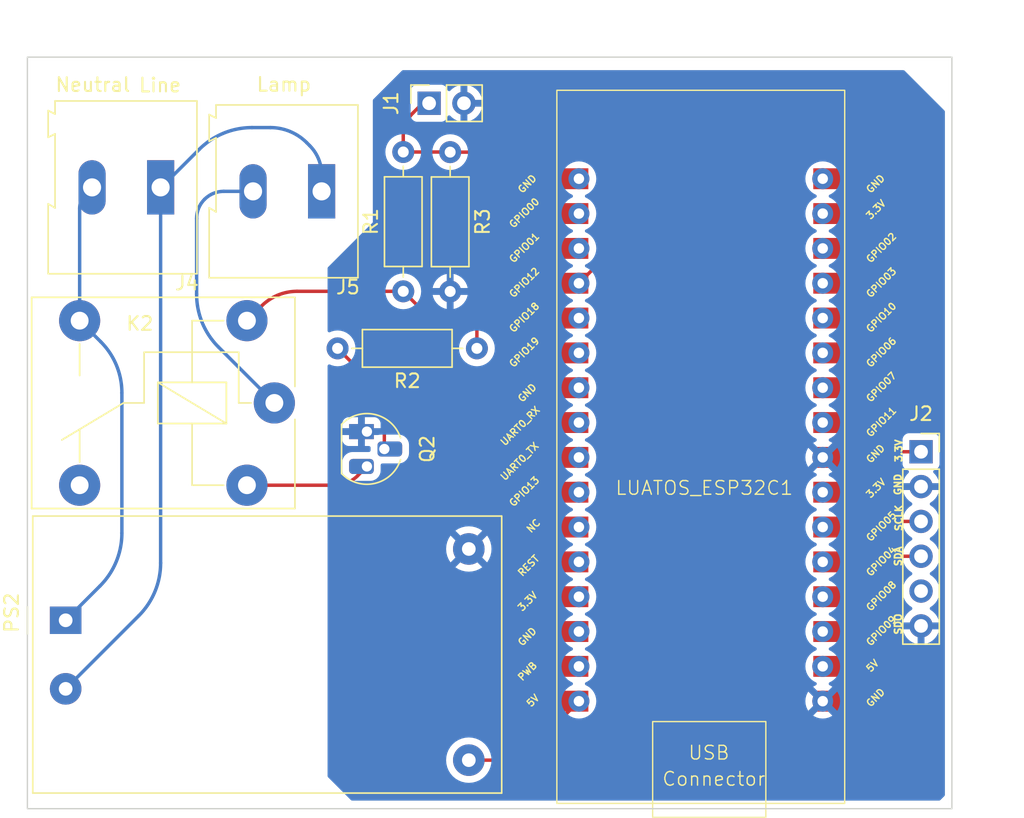
<source format=kicad_pcb>
(kicad_pcb (version 20221018) (generator pcbnew)
  (layers (0 "F.Cu" signal) (31 "B.Cu" signal) (34 "B.Paste" user) (35 "F.Paste" user) (36 "B.SilkS" user "B.Silkscreen") (37 "F.SilkS" user "F.Silkscreen") (38 "B.Mask" user) (39 "F.Mask" user) (44 "Edge.Cuts" user))
  (net 0 "")
  (net 1 "Net-(J2-Pin_1)")
  (net 2 "Net-(J2-Pin_3)")
  (net 3 "Net-(J2-Pin_4)")
  (net 5 "Net-(J4-Pin_1)")
  (net 6 "Net-(J4-Pin_2)")
  (net 7 "Net-(J5-Pin_2)")
  (net 9 "Net-(PS2-+Vout)")
  (net 10 "Net-(Q2-C)")
  (net 12 "Net-(LUATOS_ESP32C1-GPIO00)")
  (net 33 "Net-(J1-Pin_1)")
  (net 35 "GND")
  (net 36 "Net-(Q2-B)")
  (footprint "TerminalBlock:TerminalBlock_Altech_AK300-2_P5.00mm" (layer "F.Cu") (at 91.195 68.82 180)
    (fp_text reference "J4" (at -1.92 -6.99) (layer "F.SilkS"))
    (fp_text value "Screw_Terminal_01x02" hide)
    (fp_line (start -2.65 -6.3) (end -2.65 6.3) (stroke (width 0.12)) (layer "F.SilkS"))
    (fp_line (start -2.65 6.3) (end 7.7 6.3) (stroke (width 0.12)) (layer "F.SilkS"))
    (fp_line (start 7.7 -1.5) (end 8.2 -1.2) (stroke (width 0.12)) (layer "F.SilkS"))
    (fp_line (start 7.7 3.9) (end 7.7 -1.5) (stroke (width 0.12)) (layer "F.SilkS"))
    (fp_line (start 7.7 5.35) (end 8.2 5.6) (stroke (width 0.12)) (layer "F.SilkS"))
    (fp_line (start 7.7 6.3) (end 7.7 5.35) (stroke (width 0.12)) (layer "F.SilkS"))
    (fp_line (start 8.2 -6.3) (end -2.65 -6.3) (stroke (width 0.12)) (layer "F.SilkS"))
    (fp_line (start 8.2 -1.2) (end 8.2 -6.3) (stroke (width 0.12)) (layer "F.SilkS"))
    (fp_line (start 8.2 3.65) (end 7.7 3.9) (stroke (width 0.12)) (layer "F.SilkS"))
    (fp_line (start 8.2 3.7) (end 8.2 3.65) (stroke (width 0.12)) (layer "F.SilkS"))
    (fp_line (start 8.2 5.6) (end 8.2 3.7) (stroke (width 0.12)) (layer "F.SilkS"))
    (pad "1" thru_hole rect (at 0 0 180) (size 1.98 3.96) (drill 1.32) (layers "*.Cu" "*.Mask") (net 5 "Net-(J4-Pin_1)"))
    (pad "2" thru_hole oval (at 5 0 180) (size 1.98 3.96) (drill 1.32) (layers "*.Cu" "*.Mask") (net 6 "Net-(J4-Pin_2)"))
  )
  (footprint "Connector_PinSocket_2.54mm:PinSocket_1x02_P2.54mm_Vertical" (layer "F.Cu") (at 110.775 62.685 90)
    (fp_text reference "J1" (at 0 -2.77 90) (layer "F.SilkS"))
    (fp_text value "Conn_01x02_Socket")
    (fp_line (start -1.33 1.27) (end -1.33 3.87) (stroke (width 0.12)) (layer "F.SilkS"))
    (fp_line (start -1.33 1.27) (end 1.33 1.27) (stroke (width 0.12)) (layer "F.SilkS"))
    (fp_line (start -1.33 3.87) (end 1.33 3.87) (stroke (width 0.12)) (layer "F.SilkS"))
    (fp_line (start 0 -1.33) (end 1.33 -1.33) (stroke (width 0.12)) (layer "F.SilkS"))
    (fp_line (start 1.33 -1.33) (end 1.33 0) (stroke (width 0.12)) (layer "F.SilkS"))
    (fp_line (start 1.33 1.27) (end 1.33 3.87) (stroke (width 0.12)) (layer "F.SilkS"))
    (pad "1" thru_hole rect (at 0 0 90) (size 1.7 1.7) (drill 1) (layers "*.Cu" "*.Mask") (net 33 "Net-(J1-Pin_1)"))
    (pad "2" thru_hole oval (at 0 2.54 90) (size 1.7 1.7) (drill 1) (layers "*.Cu" "*.Mask") (net 35 "GND"))
  )
  (footprint "Espressif_modules:luatos_esp32c3" (layer "F.Cu") (at 120.0915 61.74)
    (fp_text reference "LUATOS_ESP32C1" (at 10.75 29 unlocked) (layer "F.SilkS") (effects (font (thickness 0.1))))
    (fp_text value "~")
    (fp_text user "5V" (at 22.86 42.545 45 unlocked) (layer "F.SilkS") (effects (font (size 0.5 0.5) (thickness 0.1) bold) (justify left bottom)))
    (fp_text user "UART0_TX" (at -3.81 28.575 45 unlocked) (layer "F.SilkS") (effects (font (size 0.5 0.5) (thickness 0.1) bold) (justify left bottom)))
    (fp_text user "GPIO12" (at -3.175 15.24 45 unlocked) (layer "F.SilkS") (effects (font (size 0.5 0.5) (thickness 0.1) bold) (justify left bottom)))
    (fp_text user "GPIO03" (at 22.86 15.24 45 unlocked) (layer "F.SilkS") (effects (font (size 0.5 0.5) (thickness 0.1) bold) (justify left bottom)))
    (fp_text user "NC" (at -1.905 32.385 45 unlocked) (layer "F.SilkS") (effects (font (size 0.5 0.5) (thickness 0.1) bold) (justify left bottom)))
    (fp_text user "GPIO07" (at 22.86 22.86 45 unlocked) (layer "F.SilkS") (effects (font (size 0.5 0.5) (thickness 0.1) bold) (justify left bottom)))
    (fp_text user "UART0_RX" (at -3.81 26.035 45 unlocked) (layer "F.SilkS") (effects (font (size 0.5 0.5) (thickness 0.1) bold) (justify left bottom)))
    (fp_text user "GPIO13" (at -3.175 30.48 45 unlocked) (layer "F.SilkS") (effects (font (size 0.5 0.5) (thickness 0.1) bold) (justify left bottom)))
    (fp_text user "REST" (at -2.54 35.56 45 unlocked) (layer "F.SilkS") (effects (font (size 0.5 0.5) (thickness 0.1) bold) (justify left bottom)))
    (fp_text user "GPIO10" (at 22.86 17.78 45 unlocked) (layer "F.SilkS") (effects (font (size 0.5 0.5) (thickness 0.1) bold) (justify left bottom)))
    (fp_text user "GPIO18" (at -3.175 17.78 45 unlocked) (layer "F.SilkS") (effects (font (size 0.5 0.5) (thickness 0.1) bold) (justify left bottom)))
    (fp_text user "GPIO09" (at 22.86 40.64 45 unlocked) (layer "F.SilkS") (effects (font (size 0.5 0.5) (thickness 0.1) bold) (justify left bottom)))
    (fp_text user "3.3V" (at -2.54 38.1 45 unlocked) (layer "F.SilkS") (effects (font (size 0.5 0.5) (thickness 0.1) bold) (justify left bottom)))
    (fp_text user "GND" (at -2.54 40.64 45 unlocked) (layer "F.SilkS") (effects (font (size 0.5 0.5) (thickness 0.1) bold) (justify left bottom)))
    (fp_text user "GPIO02" (at 22.86 12.7 45 unlocked) (layer "F.SilkS") (effects (font (size 0.5 0.5) (thickness 0.1) bold) (justify left bottom)))
    (fp_text user "GPIO00" (at -3.175 10.16 45 unlocked) (layer "F.SilkS") (effects (font (size 0.5 0.5) (thickness 0.1) bold) (justify left bottom)))
    (fp_text user "GPIO11" (at 22.86 25.4 45 unlocked) (layer "F.SilkS") (effects (font (size 0.5 0.5) (thickness 0.1) bold) (justify left bottom)))
    (fp_text user "GPIO19" (at -3.175 20.32 45 unlocked) (layer "F.SilkS") (effects (font (size 0.5 0.5) (thickness 0.1) bold) (justify left bottom)))
    (fp_text user "GND" (at -2.54 7.62 45 unlocked) (layer "F.SilkS") (effects (font (size 0.5 0.5) (thickness 0.1)) (justify left bottom)))
    (fp_text user "GPIO05" (at 22.86 33.02 45 unlocked) (layer "F.SilkS") (effects (font (size 0.5 0.5) (thickness 0.1) bold) (justify left bottom)))
    (fp_text user "GPIO06" (at 22.86 20.32 45 unlocked) (layer "F.SilkS") (effects (font (size 0.5 0.5) (thickness 0.1) bold) (justify left bottom)))
    (fp_text user "5V" (at -1.905 45.085 45 unlocked) (layer "F.SilkS") (effects (font (size 0.5 0.5) (thickness 0.1) bold) (justify left bottom)))
    (fp_text user "PWB" (at -2.54 43.18 45 unlocked) (layer "F.SilkS") (effects (font (size 0.5 0.5) (thickness 0.1) bold) (justify left bottom)))
    (fp_text user "3.3V" (at 22.86 9.525 45 unlocked) (layer "F.SilkS") (effects (font (size 0.5 0.5) (thickness 0.1) bold) (justify left bottom)))
    (fp_text user "GND" (at 22.86 7.62 45 unlocked) (layer "F.SilkS") (effects (font (size 0.5 0.5) (thickness 0.1)) (justify left bottom)))
    (fp_text user "USB" (at 9.525 48.895 unlocked) (layer "F.SilkS") (effects (font (thickness 0.1)) (justify left bottom)))
    (fp_text user "GND" (at 22.86 27.305 45 unlocked) (layer "F.SilkS") (effects (font (size 0.5 0.5) (thickness 0.1) bold) (justify left bottom)))
    (fp_text user "GPIO01" (at -3.175 12.7 45 unlocked) (layer "F.SilkS") (effects (font (size 0.5 0.5) (thickness 0.1) bold) (justify left bottom)))
    (fp_text user "3.3V" (at 22.86 29.845 45 unlocked) (layer "F.SilkS") (effects (font (size 0.5 0.5) (thickness 0.1) bold) (justify left bottom)))
    (fp_text user "GND" (at -2.54 22.86 45 unlocked) (layer "F.SilkS") (effects (font (size 0.5 0.5) (thickness 0.1) bold) (justify left bottom)))
    (fp_text user "Connector" (at 7.62 50.8 unlocked) (layer "F.SilkS") (effects (font (thickness 0.1)) (justify left bottom)))
    (fp_text user "GPIO04" (at 22.86 35.56 45 unlocked) (layer "F.SilkS") (effects (font (size 0.5 0.5) (thickness 0.1) bold) (justify left bottom)))
    (fp_text user "GPIO08" (at 22.86 38.1 45 unlocked) (layer "F.SilkS") (effects (font (size 0.5 0.5) (thickness 0.1) bold) (justify left bottom)))
    (fp_text user "GND" (at 22.86 45.085 45 unlocked) (layer "F.SilkS") (effects (font (size 0.5 0.5) (thickness 0.1) bold) (justify left bottom)))
    (fp_rect (start 0 0) (end 20.991 52.0055) (stroke (width 0.1)) (fill none) (layer "F.SilkS"))
    (fp_rect (start 6.985 46.0375) (end 15.24 53.0225) (stroke (width 0.1)) (fill none) (layer "F.SilkS"))
    (pad "1" thru_hole circle (at 1.6085 6.45) (size 1.524 1.524) (drill 0.762) (layers "*.Cu" "*.Mask"))
    (pad "1" smd rect (at 1.6085 6.45) (size 3.175 1.524) (drill (offset -0.9 0)) (layers "F.Cu" "F.Mask"))
    (pad "2" thru_hole circle (at 1.6085 8.99) (size 1.524 1.524) (drill 0.762) (layers "*.Cu" "*.Mask") (net 12 "Net-(LUATOS_ESP32C1-GPIO00)"))
    (pad "2" smd rect (at 1.6085 8.99) (size 3.175 1.524) (drill (offset -0.9 0)) (layers "F.Cu" "F.Mask") (net 12 "Net-(LUATOS_ESP32C1-GPIO00)"))
    (pad "3" thru_hole circle (at 1.6085 11.53) (size 1.524 1.524) (drill 0.762) (layers "*.Cu" "*.Mask"))
    (pad "3" smd rect (at 1.6085 11.53) (size 3.175 1.524) (drill (offset -0.9 0)) (layers "F.Cu" "F.Mask"))
    (pad "4" thru_hole circle (at 1.6085 14.07) (size 1.524 1.524) (drill 0.762) (layers "*.Cu" "*.Mask") (net 33 "Net-(J1-Pin_1)"))
    (pad "4" smd rect (at 1.6085 14.07) (size 3.175 1.524) (drill (offset -0.9 0)) (layers "F.Cu" "F.Mask") (net 33 "Net-(J1-Pin_1)"))
    (pad "5" thru_hole circle (at 1.6085 16.61) (size 1.524 1.524) (drill 0.762) (layers "*.Cu" "*.Mask"))
    (pad "5" smd rect (at 1.6085 16.61) (size 3.175 1.524) (drill (offset -0.9 0)) (layers "F.Cu" "F.Mask"))
    (pad "6" thru_hole circle (at 1.6085 19.15) (size 1.524 1.524) (drill 0.762) (layers "*.Cu" "*.Mask"))
    (pad "6" smd rect (at 1.6085 19.15) (size 3.175 1.524) (drill (offset -0.9 0)) (layers "F.Cu" "F.Mask"))
    (pad "7" thru_hole circle (at 1.6085 21.69) (size 1.524 1.524) (drill 0.762) (layers "*.Cu" "*.Mask"))
    (pad "7" smd rect (at 1.6085 21.69) (size 3.175 1.524) (drill (offset -0.9 0)) (layers "F.Cu" "F.Mask"))
    (pad "8" thru_hole circle (at 1.6085 24.23) (size 1.524 1.524) (drill 0.762) (layers "*.Cu" "*.Mask"))
    (pad "8" smd rect (at 1.6085 24.23) (size 3.175 1.524) (drill (offset -0.9 0)) (layers "F.Cu" "F.Mask"))
    (pad "9" thru_hole circle (at 1.6085 26.77) (size 1.524 1.524) (drill 0.762) (layers "*.Cu" "*.Mask"))
    (pad "9" smd rect (at 1.6085 26.77) (size 3.175 1.524) (drill (offset -0.9 0)) (layers "F.Cu" "F.Mask"))
    (pad "10" thru_hole circle (at 1.6085 29.31) (size 1.524 1.524) (drill 0.762) (layers "*.Cu" "*.Mask"))
    (pad "10" smd rect (at 1.6085 29.31) (size 3.175 1.524) (drill (offset -0.9 0)) (layers "F.Cu" "F.Mask"))
    (pad "11" thru_hole circle (at 1.6085 31.85) (size 1.524 1.524) (drill 0.762) (layers "*.Cu" "*.Mask"))
    (pad "11" smd rect (at 1.6085 31.85) (size 3.175 1.524) (drill (offset -0.9 0)) (layers "F.Cu" "F.Mask"))
    (pad "12" thru_hole circle (at 1.6085 34.39) (size 1.524 1.524) (drill 0.762) (layers "*.Cu" "*.Mask"))
    (pad "12" smd rect (at 1.6085 34.39) (size 3.175 1.524) (drill (offset -0.9 0)) (layers "F.Cu" "F.Mask"))
    (pad "13" thru_hole circle (at 1.6085 36.93) (size 1.524 1.524) (drill 0.762) (layers "*.Cu" "*.Mask"))
    (pad "13" smd rect (at 1.6085 36.93) (size 3.175 1.524) (drill (offset -0.9 0)) (layers "F.Cu" "F.Mask"))
    (pad "14" thru_hole circle (at 1.6085 39.47) (size 1.524 1.524) (drill 0.762) (layers "*.Cu" "*.Mask"))
    (pad "14" smd rect (at 1.6085 39.47) (size 3.175 1.524) (drill (offset -0.9 0)) (layers "F.Cu" "F.Mask"))
    (pad "15" thru_hole circle (at 1.6085 42.01) (size 1.524 1.524) (drill 0.762) (layers "*.Cu" "*.Mask"))
    (pad "15" smd rect (at 1.6085 42.01) (size 3.175 1.524) (drill (offset -0.9 0)) (layers "F.Cu" "F.Mask"))
    (pad "16" thru_hole circle (at 1.6085 44.55) (size 1.524 1.524) (drill 0.762) (layers "*.Cu" "*.Mask") (net 9 "Net-(PS2-+Vout)"))
    (pad "16" smd rect (at 1.6085 44.55) (size 3.175 1.524) (drill (offset -0.9 0)) (layers "F.Cu" "F.Mask") (net 9 "Net-(PS2-+Vout)"))
    (pad "17" thru_hole circle (at 19.3885 6.45) (size 1.524 1.524) (drill 0.762) (layers "*.Cu" "*.Mask"))
    (pad "17" smd rect (at 19.3885 6.45) (size 3.175 1.524) (drill (offset 0.9 0)) (layers "F.Cu" "F.Mask"))
    (pad "18" thru_hole circle (at 19.3885 8.99) (size 1.524 1.524) (drill 0.762) (layers "*.Cu" "*.Mask"))
    (pad "18" smd rect (at 19.3885 8.99) (size 3.175 1.524) (drill (offset 0.9 0)) (layers "F.Cu" "F.Mask"))
    (pad "19" thru_hole circle (at 19.3885 11.53) (size 1.524 1.524) (drill 0.762) (layers "*.Cu" "*.Mask"))
    (pad "19" smd rect (at 19.3885 11.53) (size 3.175 1.524) (drill (offset 0.9 0)) (layers "F.Cu" "F.Mask"))
    (pad "20" thru_hole circle (at 19.3885 14.07) (size 1.524 1.524) (drill 0.762) (layers "*.Cu" "*.Mask"))
    (pad "20" smd rect (at 19.3885 14.07) (size 3.175 1.524) (drill (offset 0.9 0)) (layers "F.Cu" "F.Mask"))
    (pad "21" thru_hole circle (at 19.3885 16.61) (size 1.524 1.524) (drill 0.762) (layers "*.Cu" "*.Mask"))
    (pad "21" smd rect (at 19.3885 16.61) (size 3.175 1.524) (drill (offset 0.9 0)) (layers "F.Cu" "F.Mask"))
    (pad "22" thru_hole circle (at 19.3885 19.15) (size 1.524 1.524) (drill 0.762) (layers "*.Cu" "*.Mask"))
    (pad "22" smd rect (at 19.3885 19.15) (size 3.175 1.524) (drill (offset 0.9 0)) (layers "F.Cu" "F.Mask"))
    (pad "23" thru_hole circle (at 19.3885 21.69) (size 1.524 1.524) (drill 0.762) (layers "*.Cu" "*.Mask"))
    (pad "23" smd rect (at 19.3885 21.69) (size 3.175 1.524) (drill (offset 0.9 0)) (layers "F.Cu" "F.Mask"))
    (pad "24" thru_hole circle (at 19.3885 24.23) (size 1.524 1.524) (drill 0.762) (layers "*.Cu" "*.Mask"))
    (pad "24" smd rect (at 19.3885 24.23) (size 3.175 1.524) (drill (offset 0.9 0)) (layers "F.Cu" "F.Mask"))
    (pad "25" thru_hole circle (at 19.3885 26.77) (size 1.524 1.524) (drill 0.762) (layers "*.Cu" "*.Mask") (net 35 "GND"))
    (pad "25" smd rect (at 19.3885 26.77) (size 3.175 1.524) (drill (offset 0.9 0)) (layers "F.Cu" "F.Mask") (net 35 "GND"))
    (pad "26" thru_hole circle (at 19.3885 29.31) (size 1.524 1.524) (drill 0.762) (layers "*.Cu" "*.Mask") (net 1 "Net-(J2-Pin_1)"))
    (pad "26" smd rect (at 19.3885 29.31) (size 3.175 1.524) (drill (offset 0.9 0)) (layers "F.Cu" "F.Mask") (net 1 "Net-(J2-Pin_1)"))
    (pad "27" thru_hole circle (at 19.3885 31.85) (size 1.524 1.524) (drill 0.762) (layers "*.Cu" "*.Mask") (net 2 "Net-(J2-Pin_3)"))
    (pad "27" smd rect (at 19.3885 31.85) (size 3.175 1.524) (drill (offset 0.9 0)) (layers "F.Cu" "F.Mask") (net 2 "Net-(J2-Pin_3)"))
    (pad "28" thru_hole circle (at 19.3885 34.39) (size 1.524 1.524) (drill 0.762) (layers "*.Cu" "*.Mask") (net 3 "Net-(J2-Pin_4)"))
    (pad "28" smd rect (at 19.3885 34.39) (size 3.175 1.524) (drill (offset 0.9 0)) (layers "F.Cu" "F.Mask") (net 3 "Net-(J2-Pin_4)"))
    (pad "29" thru_hole circle (at 19.3885 36.93) (size 1.524 1.524) (drill 0.762) (layers "*.Cu" "*.Mask"))
    (pad "29" smd rect (at 19.3885 36.93) (size 3.175 1.524) (drill (offset 0.9 0)) (layers "F.Cu" "F.Mask"))
    (pad "30" thru_hole circle (at 19.3885 39.47) (size 1.524 1.524) (drill 0.762) (layers "*.Cu" "*.Mask"))
    (pad "30" smd rect (at 19.3885 39.47) (size 3.175 1.524) (drill (offset 0.9 0)) (layers "F.Cu" "F.Mask"))
    (pad "31" thru_hole circle (at 19.3885 42.01) (size 1.524 1.524) (drill 0.762) (layers "*.Cu" "*.Mask"))
    (pad "31" smd rect (at 19.3885 42.01) (size 3.175 1.524) (drill (offset 0.9 0)) (layers "F.Cu" "F.Mask"))
    (pad "32" thru_hole circle (at 19.3885 44.55) (size 1.524 1.524) (drill 0.762) (layers "*.Cu" "*.Mask") (net 35 "GND"))
    (pad "32" smd rect (at 19.3885 44.55) (size 3.175 1.524) (drill (offset 0.9 0)) (layers "F.Cu" "F.Mask") (net 35 "GND"))
  )
  (footprint "Relay_THT:Relay_SPDT_Finder_36.11" (layer "F.Cu") (at 99.49 84.54 180)
    (fp_text reference "K2" (at 9.81 5.79) (layer "F.SilkS"))
    (fp_text value "FINDER-36.11" hide)
    (fp_line (start -1.5 -7.7) (end -1.5 -1.2) (stroke (width 0.12)) (layer "F.SilkS"))
    (fp_line (start -1.5 -7.7) (end 17.7 -7.7) (stroke (width 0.12)) (layer "F.SilkS"))
    (fp_line (start -1.5 1.2) (end -1.5 7.7) (stroke (width 0.12)) (layer "F.SilkS"))
    (fp_line (start 2.6 0) (end 1.7 0) (stroke (width 0.12)) (layer "F.SilkS"))
    (fp_line (start 2.6 0) (end 2.6 3.7) (stroke (width 0.12)) (layer "F.SilkS"))
    (fp_line (start 3.5 -1.5) (end 8.5 -1.5) (stroke (width 0.12)) (layer "F.SilkS"))
    (fp_line (start 3.5 1.5) (end 3.5 -1.5) (stroke (width 0.12)) (layer "F.SilkS"))
    (fp_line (start 3.7 6) (end 6 6) (stroke (width 0.12)) (layer "F.SilkS"))
    (fp_line (start 6 -6) (end 3.7 -6) (stroke (width 0.12)) (layer "F.SilkS"))
    (fp_line (start 6 -6) (end 6 -1.5) (stroke (width 0.12)) (layer "F.SilkS"))
    (fp_line (start 6 1.5) (end 6 6) (stroke (width 0.12)) (layer "F.SilkS"))
    (fp_line (start 8.5 -1.5) (end 8.5 1.5) (stroke (width 0.12)) (layer "F.SilkS"))
    (fp_line (start 8.5 1.5) (end 3.5 -1.5) (stroke (width 0.12)) (layer "F.SilkS"))
    (fp_line (start 8.5 1.5) (end 3.5 1.5) (stroke (width 0.12)) (layer "F.SilkS"))
    (fp_line (start 9.5 0) (end 9.5 3.7) (stroke (width 0.12)) (layer "F.SilkS"))
    (fp_line (start 9.5 0) (end 11 0) (stroke (width 0.12)) (layer "F.SilkS"))
    (fp_line (start 9.5 3.7) (end 2.6 3.7) (stroke (width 0.12)) (layer "F.SilkS"))
    (fp_line (start 11 0) (end 15.5 -2.7) (stroke (width 0.12)) (layer "F.SilkS"))
    (fp_line (start 14.2 -4.3) (end 14.2 -2) (stroke (width 0.12)) (layer "F.SilkS"))
    (fp_line (start 14.2 4.3) (end 14.2 2) (stroke (width 0.12)) (layer "F.SilkS"))
    (fp_line (start 17.7 -7.7) (end 17.7 7.7) (stroke (width 0.12)) (layer "F.SilkS"))
    (fp_line (start 17.7 7.7) (end -1.5 7.7) (stroke (width 0.12)) (layer "F.SilkS"))
    (pad "11" thru_hole circle (at 0 0 180) (size 3 3) (drill 1.3) (layers "*.Cu" "*.Mask") (net 7 "Net-(J5-Pin_2)"))
    (pad "12" thru_hole circle (at 14.2 -6 180) (size 3 3) (drill 1.3) (layers "*.Cu" "*.Mask"))
    (pad "14" thru_hole circle (at 14.2 6 180) (size 3 3) (drill 1.3) (layers "*.Cu" "*.Mask") (net 6 "Net-(J4-Pin_2)"))
    (pad "A1" thru_hole circle (at 2 6 180) (size 3 3) (drill 1.3) (layers "*.Cu" "*.Mask") (net 9 "Net-(PS2-+Vout)"))
    (pad "A2" thru_hole circle (at 2 -6 180) (size 3 3) (drill 1.3) (layers "*.Cu" "*.Mask") (net 10 "Net-(Q2-C)"))
  )
  (footprint "Package_TO_SOT_THT:TO-92_HandSolder" (layer "F.Cu") (at 106.24 86.63 -90)
    (fp_text reference "Q2" (at 1.27 -4.4 90) (layer "F.SilkS"))
    (fp_text value "PN2222A")
    (fp_line (start -0.53 1.85) (end 3.07 1.85) (stroke (width 0.12)) (layer "F.SilkS"))
    (fp_arc (start -0.541875 1.841741) (mid -1.247231 -0.581764) (end 0.45 -2.45) (stroke (width 0.12)) (layer "F.SilkS"))
    (fp_arc (start 2.05 -2.45) (mid 3.769931 -0.601036) (end 3.078445 1.827684) (stroke (width 0.12)) (layer "F.SilkS"))
    (pad "1" thru_hole rect (at 0 0 270) (size 1.1 1.8) (drill 0.75 (offset 0 0.4)) (layers "*.Cu" "*.Mask") (net 35 "GND"))
    (pad "2" thru_hole roundrect (at 1.27 -1.27 270) (size 1.1 1.8) (drill 0.75 (offset 0 -0.4)) (layers "*.Cu" "*.Mask") (net 36 "Net-(Q2-B)"))
    (pad "3" thru_hole roundrect (at 2.54 0 270) (size 1.1 1.8) (drill 0.75 (offset 0 0.4)) (layers "*.Cu" "*.Mask") (net 10 "Net-(Q2-C)"))
  )
  (footprint "Resistor_THT:R_Axial_DIN0207_L6.3mm_D2.5mm_P10.16mm_Horizontal" (layer "F.Cu") (at 108.89 76.4 90)
    (fp_text reference "R1" (at 5.08 -2.37 90) (layer "F.SilkS"))
    (fp_text value "10M Omh")
    (fp_line (start 1.04 0) (end 1.81 0) (stroke (width 0.12)) (layer "F.SilkS"))
    (fp_line (start 1.81 -1.37) (end 1.81 1.37) (stroke (width 0.12)) (layer "F.SilkS"))
    (fp_line (start 1.81 1.37) (end 8.35 1.37) (stroke (width 0.12)) (layer "F.SilkS"))
    (fp_line (start 8.35 -1.37) (end 1.81 -1.37) (stroke (width 0.12)) (layer "F.SilkS"))
    (fp_line (start 8.35 1.37) (end 8.35 -1.37) (stroke (width 0.12)) (layer "F.SilkS"))
    (fp_line (start 9.12 0) (end 8.35 0) (stroke (width 0.12)) (layer "F.SilkS"))
    (pad "1" thru_hole circle (at 0 0 90) (size 1.6 1.6) (drill 0.8) (layers "*.Cu" "*.Mask") (net 9 "Net-(PS2-+Vout)"))
    (pad "2" thru_hole oval (at 10.16 0 90) (size 1.6 1.6) (drill 0.8) (layers "*.Cu" "*.Mask") (net 33 "Net-(J1-Pin_1)"))
  )
  (footprint "Converter_ACDC:Converter_ACDC_HiLink_HLK-PMxx" (layer "F.Cu") (at 84.27 100.39)
    (fp_text reference "PS2" (at -3.94 -0.55 90) (layer "F.SilkS"))
    (fp_text value "HLK-PM01")
    (fp_line (start -2.79 -1) (end -2.79 1.01) (stroke (width 0.12)) (layer "F.SilkS"))
    (fp_line (start -2.4 -7.6) (end -2.4 12.6) (stroke (width 0.12)) (layer "F.SilkS"))
    (fp_line (start -2.4 12.6) (end 31.8 12.6) (stroke (width 0.12)) (layer "F.SilkS"))
    (fp_line (start 31.8 -7.6) (end -2.4 -7.6) (stroke (width 0.12)) (layer "F.SilkS"))
    (fp_line (start 31.8 12.6) (end 31.8 -7.6) (stroke (width 0.12)) (layer "F.SilkS"))
    (pad "1" thru_hole rect (at 0 0) (size 2.3 2) (drill 1) (layers "*.Cu" "*.Mask") (net 6 "Net-(J4-Pin_2)"))
    (pad "2" thru_hole circle (at 0 5) (size 2.3 2.3) (drill 1) (layers "*.Cu" "*.Mask") (net 5 "Net-(J4-Pin_1)"))
    (pad "3" thru_hole circle (at 29.4 -5.2) (size 2.3 2.3) (drill 1) (layers "*.Cu" "*.Mask") (net 35 "GND"))
    (pad "4" thru_hole circle (at 29.4 10.2) (size 2.3 2.3) (drill 1) (layers "*.Cu" "*.Mask") (net 9 "Net-(PS2-+Vout)"))
  )
  (footprint "Resistor_THT:R_Axial_DIN0207_L6.3mm_D2.5mm_P10.16mm_Horizontal" (layer "F.Cu") (at 114.26 80.56 180)
    (fp_text reference "R2" (at 5.08 -2.37) (layer "F.SilkS"))
    (fp_text value "3K Omh")
    (fp_line (start 1.04 0) (end 1.81 0) (stroke (width 0.12)) (layer "F.SilkS"))
    (fp_line (start 1.81 -1.37) (end 1.81 1.37) (stroke (width 0.12)) (layer "F.SilkS"))
    (fp_line (start 1.81 1.37) (end 8.35 1.37) (stroke (width 0.12)) (layer "F.SilkS"))
    (fp_line (start 8.35 -1.37) (end 1.81 -1.37) (stroke (width 0.12)) (layer "F.SilkS"))
    (fp_line (start 8.35 1.37) (end 8.35 -1.37) (stroke (width 0.12)) (layer "F.SilkS"))
    (fp_line (start 9.12 0) (end 8.35 0) (stroke (width 0.12)) (layer "F.SilkS"))
    (pad "1" thru_hole circle (at 0 0 180) (size 1.6 1.6) (drill 0.8) (layers "*.Cu" "*.Mask") (net 12 "Net-(LUATOS_ESP32C1-GPIO00)"))
    (pad "2" thru_hole oval (at 10.16 0 180) (size 1.6 1.6) (drill 0.8) (layers "*.Cu" "*.Mask") (net 36 "Net-(Q2-B)"))
  )
  (footprint "Resistor_THT:R_Axial_DIN0207_L6.3mm_D2.5mm_P10.16mm_Horizontal" (layer "F.Cu") (at 112.31 66.25 -90)
    (fp_text reference "R3" (at 5.08 -2.37 90) (layer "F.SilkS"))
    (fp_text value "15M Omh")
    (fp_line (start 1.04 0) (end 1.81 0) (stroke (width 0.12)) (layer "F.SilkS"))
    (fp_line (start 1.81 -1.37) (end 1.81 1.37) (stroke (width 0.12)) (layer "F.SilkS"))
    (fp_line (start 1.81 1.37) (end 8.35 1.37) (stroke (width 0.12)) (layer "F.SilkS"))
    (fp_line (start 8.35 -1.37) (end 1.81 -1.37) (stroke (width 0.12)) (layer "F.SilkS"))
    (fp_line (start 8.35 1.37) (end 8.35 -1.37) (stroke (width 0.12)) (layer "F.SilkS"))
    (fp_line (start 9.12 0) (end 8.35 0) (stroke (width 0.12)) (layer "F.SilkS"))
    (pad "1" thru_hole circle (at 0 0 270) (size 1.6 1.6) (drill 0.8) (layers "*.Cu" "*.Mask") (net 33 "Net-(J1-Pin_1)"))
    (pad "2" thru_hole oval (at 10.16 0 270) (size 1.6 1.6) (drill 0.8) (layers "*.Cu" "*.Mask") (net 35 "GND"))
  )
  (footprint "Connector_PinSocket_2.54mm:PinSocket_1x06_P2.54mm_Vertical" (layer "F.Cu") (at 146.65 88.1)
    (fp_text reference "J2" (at 0 -2.77) (layer "F.SilkS"))
    (fp_text value "Conn_01x06_Socket")
    (fp_line (start -1.33 1.27) (end -1.33 14.03) (stroke (width 0.12)) (layer "F.SilkS"))
    (fp_line (start -1.33 1.27) (end 1.33 1.27) (stroke (width 0.12)) (layer "F.SilkS"))
    (fp_line (start -1.33 14.03) (end 1.33 14.03) (stroke (width 0.12)) (layer "F.SilkS"))
    (fp_line (start 0 -1.33) (end 1.33 -1.33) (stroke (width 0.12)) (layer "F.SilkS"))
    (fp_line (start 1.33 -1.33) (end 1.33 0) (stroke (width 0.12)) (layer "F.SilkS"))
    (fp_line (start 1.33 1.27) (end 1.33 14.03) (stroke (width 0.12)) (layer "F.SilkS"))
    (pad "1" thru_hole rect (at 0 0) (size 1.7 1.7) (drill 1) (layers "*.Cu" "*.Mask") (net 1 "Net-(J2-Pin_1)"))
    (pad "2" thru_hole oval (at 0 2.54) (size 1.7 1.7) (drill 1) (layers "*.Cu" "*.Mask") (net 35 "GND"))
    (pad "3" thru_hole oval (at 0 5.08) (size 1.7 1.7) (drill 1) (layers "*.Cu" "*.Mask") (net 2 "Net-(J2-Pin_3)"))
    (pad "4" thru_hole oval (at 0 7.62) (size 1.7 1.7) (drill 1) (layers "*.Cu" "*.Mask") (net 3 "Net-(J2-Pin_4)"))
    (pad "5" thru_hole oval (at 0 10.16) (size 1.7 1.7) (drill 1) (layers "*.Cu" "*.Mask"))
    (pad "6" thru_hole oval (at 0 12.7) (size 1.7 1.7) (drill 1) (layers "*.Cu" "*.Mask") (net 35 "GND"))
  )
  (footprint "TerminalBlock:TerminalBlock_Altech_AK300-2_P5.00mm" (layer "F.Cu") (at 102.935 69.11 180)
    (fp_text reference "J5" (at -1.92 -6.99) (layer "F.SilkS"))
    (fp_text value "Screw_Terminal_01x02" hide)
    (fp_line (start -2.65 -6.3) (end -2.65 6.3) (stroke (width 0.12)) (layer "F.SilkS"))
    (fp_line (start -2.65 6.3) (end 7.7 6.3) (stroke (width 0.12)) (layer "F.SilkS"))
    (fp_line (start 7.7 -1.5) (end 8.2 -1.2) (stroke (width 0.12)) (layer "F.SilkS"))
    (fp_line (start 7.7 3.9) (end 7.7 -1.5) (stroke (width 0.12)) (layer "F.SilkS"))
    (fp_line (start 7.7 5.35) (end 8.2 5.6) (stroke (width 0.12)) (layer "F.SilkS"))
    (fp_line (start 7.7 6.3) (end 7.7 5.35) (stroke (width 0.12)) (layer "F.SilkS"))
    (fp_line (start 8.2 -6.3) (end -2.65 -6.3) (stroke (width 0.12)) (layer "F.SilkS"))
    (fp_line (start 8.2 -1.2) (end 8.2 -6.3) (stroke (width 0.12)) (layer "F.SilkS"))
    (fp_line (start 8.2 3.65) (end 7.7 3.9) (stroke (width 0.12)) (layer "F.SilkS"))
    (fp_line (start 8.2 3.7) (end 8.2 3.65) (stroke (width 0.12)) (layer "F.SilkS"))
    (fp_line (start 8.2 5.6) (end 8.2 3.7) (stroke (width 0.12)) (layer "F.SilkS"))
    (pad "1" thru_hole rect (at 0 0 180) (size 1.98 3.96) (drill 1.32) (layers "*.Cu" "*.Mask") (net 5 "Net-(J4-Pin_1)"))
    (pad "2" thru_hole oval (at 5 0 180) (size 1.98 3.96) (drill 1.32) (layers "*.Cu" "*.Mask") (net 7 "Net-(J5-Pin_2)"))
  )
  (gr_rect (start 81.48 59.32) (end 148.9 114.13) (stroke (width 0.1)) (fill none) (layer "Edge.Cuts"))
  (gr_text "3.3V\n" (at 145.32 88.92 90) (layer "F.SilkS") (effects (font (size 0.5 0.5) (thickness 0.125)) (justify left bottom)))
  (gr_text "GND" (at 145.26 91.33 90) (layer "F.SilkS") (effects (font (size 0.5 0.5) (thickness 0.125)) (justify left bottom)))
  (gr_text "Line" (at 89.53 61.95) (layer "F.SilkS") (effects (font (size 1 1)) (justify left bottom)))
  (gr_text "SDO" (at 145.28 101.5 90) (layer "F.SilkS") (effects (font (size 0.5 0.5) (thickness 0.125)) (justify left bottom)))
  (gr_text "Neutral" (at 83.44 61.92) (layer "F.SilkS") (effects (font (size 1 1)) (justify left bottom)))
  (gr_text "SCLK" (at 145.32 93.95 90) (layer "F.SilkS") (effects (font (size 0.5 0.5) (thickness 0.125)) (justify left bottom)))
  (gr_text "SDA" (at 145.28 96.51 90) (layer "F.SilkS") (effects (font (size 0.5 0.5) (thickness 0.125)) (justify left bottom)))
  (gr_text "Lamp" (at 98.11 61.9) (layer "F.SilkS") (effects (font (size 1 1)) (justify left bottom)))
  (segment (start 139.48 91.05) (end 141.63 91.05) (width 0.25) (layer "F.Cu") (net 1))
  (segment (start 141.63 91.05) (end 144.58 88.1) (width 0.25) (layer "F.Cu") (net 1))
  (segment (start 144.58 88.1) (end 146.65 88.1) (width 0.25) (layer "F.Cu") (net 1))
  (segment (start 143.22 93.59) (end 143.63 93.18) (width 0.25) (layer "F.Cu") (net 2))
  (segment (start 139.48 93.59) (end 143.22 93.59) (width 0.25) (layer "F.Cu") (net 2))
  (segment (start 143.63 93.18) (end 146.65 93.18) (width 0.25) (layer "F.Cu") (net 2))
  (segment (start 139.48 96.13) (end 143.2 96.13) (width 0.25) (layer "F.Cu") (net 3))
  (segment (start 143.2 96.13) (end 143.61 95.72) (width 0.25) (layer "F.Cu") (net 3))
  (segment (start 143.61 95.72) (end 146.65 95.72) (width 0.25) (layer "F.Cu") (net 3))
  (segment (start 89.601207 100.058792) (end 84.27 105.39) (width 0.25) (layer "B.Cu") (net 5))
  (segment (start 102.935 67.8775) (end 102.935 69.11) (width 0.25) (layer "B.Cu") (net 5))
  (segment (start 91.255909 68.80409) (end 94.006207 66.053792) (width 0.25) (layer "B.Cu") (net 5))
  (segment (start 102.06349 65.77349) (end 101.8425 65.5525) (width 0.25) (layer "B.Cu") (net 5))
  (segment (start 91.195 68.8425) (end 91.195 96.211036) (width 0.25) (layer "B.Cu") (net 5))
  (segment (start 97.853963 64.46) (end 99.204971 64.46) (width 0.25) (layer "B.Cu") (net 5))
  (arc (start 91.255909 68.80409) (mid 91.238287 68.815865) (end 91.2175 68.82) (width 0.25) (layer "B.Cu") (net 5))
  (arc (start 91.195 96.211036) (mid 90.780786 98.293426) (end 89.601207 100.058792) (width 0.25) (layer "B.Cu") (net 5))
  (arc (start 102.06349 65.77349) (mid 102.708501 66.738818) (end 102.935 67.8775) (width 0.25) (layer "B.Cu") (net 5))
  (arc (start 97.853963 64.46) (mid 95.771572 64.874213) (end 94.006207 66.053792) (width 0.25) (layer "B.Cu") (net 5))
  (arc (start 91.2175 68.82) (mid 91.20159 68.82659) (end 91.195 68.8425) (width 0.25) (layer "B.Cu") (net 5))
  (arc (start 101.8425 65.5525) (mid 100.632391 64.743931) (end 99.204971 64.46) (width 0.25) (layer "B.Cu") (net 5))
  (segment (start 86.776207 97.883792) (end 84.27 100.39) (width 0.25) (layer "B.Cu") (net 6))
  (segment (start 86.83 80.08) (end 85.29 78.54) (width 0.25) (layer "B.Cu") (net 6))
  (segment (start 85.7425 69.2725) (end 86.195 68.82) (width 0.25) (layer "B.Cu") (net 6))
  (segment (start 85.29 70.364931) (end 85.29 78.54) (width 0.25) (layer "B.Cu") (net 6))
  (segment (start 88.37 94.036036) (end 88.37 83.797888) (width 0.25) (layer "B.Cu") (net 6))
  (arc (start 86.83 80.08) (mid 87.969767 81.785781) (end 88.37 83.797888) (width 0.25) (layer "B.Cu") (net 6))
  (arc (start 88.37 94.036036) (mid 87.955786 96.118426) (end 86.776207 97.883792) (width 0.25) (layer "B.Cu") (net 6))
  (arc (start 85.7425 69.2725) (mid 85.4076 69.773711) (end 85.29 70.364931) (width 0.25) (layer "B.Cu") (net 6))
  (segment (start 93.82 76.616036) (end 93.82 71.090243) (width 0.25) (layer "B.Cu") (net 7))
  (segment (start 95.800243 69.11) (end 97.935 69.11) (width 0.25) (layer "B.Cu") (net 7))
  (segment (start 95.413792 80.463792) (end 99.49 84.54) (width 0.25) (layer "B.Cu") (net 7))
  (arc (start 95.800243 69.11) (mid 95.042437 69.260737) (end 94.4 69.69) (width 0.25) (layer "B.Cu") (net 7))
  (arc (start 94.4 69.69) (mid 93.970737 70.332437) (end 93.82 71.090243) (width 0.25) (layer "B.Cu") (net 7))
  (arc (start 93.82 76.616036) (mid 94.234213 78.698426) (end 95.413792 80.463792) (width 0.25) (layer "B.Cu") (net 7))
  (segment (start 121.02025 106.29) (end 121.7 106.29) (width 0.25) (layer "F.Cu") (net 9))
  (segment (start 118.718754 109.271245) (end 121.7 106.29) (width 0.25) (layer "F.Cu") (net 9))
  (segment (start 108.89 76.4) (end 101.143208 76.4) (width 0.25) (layer "F.Cu") (net 9))
  (segment (start 112.413792 98.363292) (end 119.859844 105.809344) (width 0.25) (layer "F.Cu") (net 9))
  (segment (start 110.82 94.515536) (end 110.82 79.694716) (width 0.25) (layer "F.Cu") (net 9))
  (segment (start 108.89 76.4) (end 109.855 77.365) (width 0.25) (layer "F.Cu") (net 9))
  (segment (start 115.535 110.59) (end 113.67 110.59) (width 0.25) (layer "F.Cu") (net 9))
  (segment (start 98.56 77.47) (end 97.49 78.54) (width 0.25) (layer "F.Cu") (net 9))
  (arc (start 101.143208 76.4) (mid 99.745186 76.678083) (end 98.56 77.47) (width 0.25) (layer "F.Cu") (net 9))
  (arc (start 109.855 77.365) (mid 110.569204 78.433882) (end 110.82 79.694716) (width 0.25) (layer "F.Cu") (net 9))
  (arc (start 119.859844 105.809344) (mid 120.392242 106.165081) (end 121.02025 106.29) (width 0.25) (layer "F.Cu") (net 9))
  (arc (start 118.718754 109.271245) (mid 117.258035 110.247266) (end 115.535 110.59) (width 0.25) (layer "F.Cu") (net 9))
  (arc (start 110.82 94.515536) (mid 111.234213 96.597926) (end 112.413792 98.363292) (width 0.25) (layer "F.Cu") (net 9))
  (segment (start 103.901263 90.54) (end 97.49 90.54) (width 0.25) (layer "F.Cu") (net 10))
  (segment (start 105.555 89.855) (end 106.24 89.17) (width 0.25) (layer "F.Cu") (net 10))
  (arc (start 105.555 89.855) (mid 104.796259 90.361974) (end 103.901263 90.54) (width 0.25) (layer "F.Cu") (net 10))
  (segment (start 120.255 70.73) (end 121.7 70.73) (width 0.25) (layer "F.Cu") (net 12))
  (segment (start 114.26 77.533963) (end 114.26 80.56) (width 0.25) (layer "F.Cu") (net 12))
  (segment (start 115.853792 73.686206) (end 117.78823 71.751769) (width 0.25) (layer "F.Cu") (net 12))
  (arc (start 114.26 77.533963) (mid 114.674213 75.451572) (end 115.853792 73.686206) (width 0.25) (layer "F.Cu") (net 12))
  (arc (start 120.255 70.73) (mid 118.919993 70.995549) (end 117.78823 71.751769) (width 0.25) (layer "F.Cu") (net 12))
  (segment (start 112.305 66.245) (end 112.3075 66.2475) (width 0.25) (layer "F.Cu") (net 33))
  (segment (start 125.02823 72.481769) (end 121.7 75.81) (width 0.25) (layer "F.Cu") (net 33))
  (segment (start 108.89 66.24) (end 108.89 65.100556) (width 0.25) (layer "F.Cu") (net 33))
  (segment (start 110.54 62.685) (end 110.775 62.685) (width 0.25) (layer "F.Cu") (net 33))
  (segment (start 108.89 66.24) (end 112.292928 66.24) (width 0.25) (layer "F.Cu") (net 33))
  (segment (start 122.089512 66.25) (end 112.313535 66.25) (width 0.25) (layer "F.Cu") (net 33))
  (segment (start 110.138829 62.85117) (end 109.597499 63.392499) (width 0.25) (layer "F.Cu") (net 33))
  (segment (start 125.02823 67.54823) (end 124.89 67.41) (width 0.25) (layer "F.Cu") (net 33))
  (arc (start 112.305 66.245) (mid 112.299461 66.241299) (end 112.292928 66.24) (width 0.25) (layer "F.Cu") (net 33))
  (arc (start 126.05 70.015) (mid 125.78445 71.350005) (end 125.02823 72.481769) (width 0.25) (layer "F.Cu") (net 33))
  (arc (start 124.89 67.41) (mid 123.605125 66.551474) (end 122.089512 66.25) (width 0.25) (layer "F.Cu") (net 33))
  (arc (start 110.138829 62.85117) (mid 110.322888 62.728186) (end 110.54 62.685) (width 0.25) (layer "F.Cu") (net 33))
  (arc (start 125.02823 67.54823) (mid 125.78445 68.679993) (end 126.05 70.015) (width 0.25) (layer "F.Cu") (net 33))
  (arc (start 108.89 65.100556) (mid 109.073872 64.176162) (end 109.597499 63.392499) (width 0.25) (layer "F.Cu") (net 33))
  (arc (start 112.3075 66.2475) (mid 112.310268 66.24935) (end 112.313535 66.25) (width 0.25) (layer "F.Cu") (net 33))
  (segment (start 106.120535 82.580535) (end 104.1 80.56) (width 0.25) (layer "F.Cu") (net 36))
  (segment (start 107.51 85.935) (end 107.51 87.9) (width 0.25) (layer "F.Cu") (net 36))
  (arc (start 106.120535 82.580535) (mid 107.148889 84.119576) (end 107.51 85.935) (width 0.25) (layer "F.Cu") (net 36))
  (zone (net 35) (net_name "GND") (layer "B.Cu") (connect_pads (clearance 0.5)) (min_thickness 0.25) (fill yes (thermal_gap 0.5) (thermal_bridge_width 0.5))
    (polygon (pts (xy 148.02 113.54) (xy 105.11 113.54) (xy 103.37 111.8) (xy 103.37 74.67) (xy 106.67 71.37) (xy 106.67 62.43) (xy 108.83 60.27) (xy 145.41 60.27) (xy 148.39 63.25) (xy 148.39 113.17)))
  )
)
</source>
